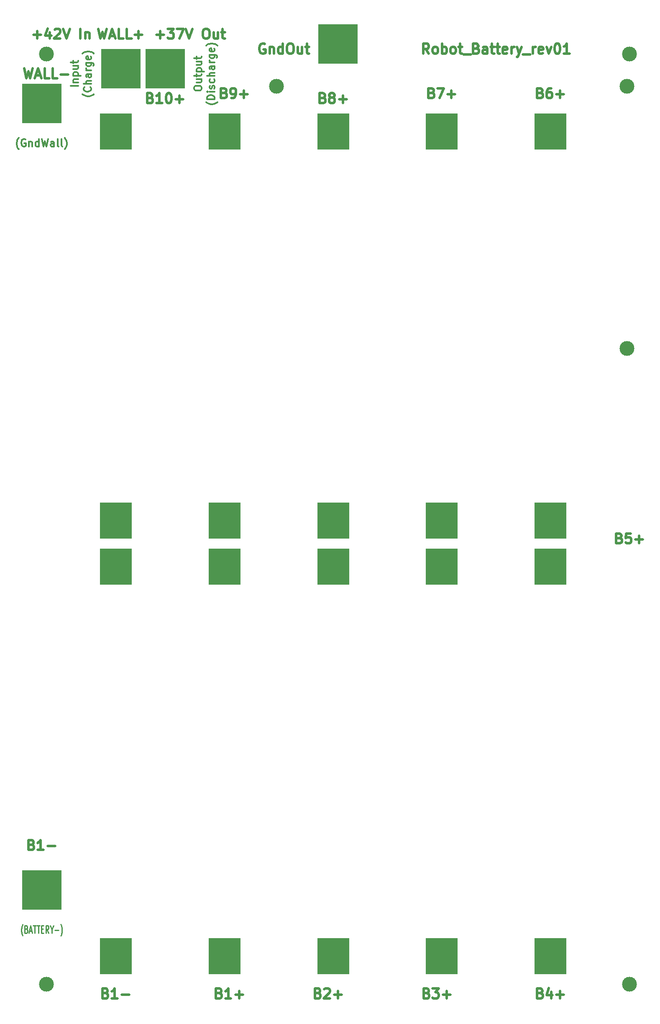
<source format=gbr>
G04 #@! TF.FileFunction,Soldermask,Top*
%FSLAX46Y46*%
G04 Gerber Fmt 4.6, Leading zero omitted, Abs format (unit mm)*
G04 Created by KiCad (PCBNEW 4.0.6-e0-6349~53~ubuntu16.04.1) date Sun Aug  6 20:38:46 2017*
%MOMM*%
%LPD*%
G01*
G04 APERTURE LIST*
%ADD10C,0.150000*%
%ADD11C,0.500000*%
%ADD12C,0.250000*%
%ADD13C,0.375000*%
%ADD14R,6.400000X7.340000*%
%ADD15C,3.000000*%
%ADD16R,8.000000X8.000000*%
G04 APERTURE END LIST*
D10*
D11*
X16952381Y-178857143D02*
X17238095Y-178952381D01*
X17333334Y-179047619D01*
X17428572Y-179238095D01*
X17428572Y-179523810D01*
X17333334Y-179714286D01*
X17238095Y-179809524D01*
X17047619Y-179904762D01*
X16285714Y-179904762D01*
X16285714Y-177904762D01*
X16952381Y-177904762D01*
X17142857Y-178000000D01*
X17238095Y-178095238D01*
X17333334Y-178285714D01*
X17333334Y-178476190D01*
X17238095Y-178666667D01*
X17142857Y-178761905D01*
X16952381Y-178857143D01*
X16285714Y-178857143D01*
X19333334Y-179904762D02*
X18190476Y-179904762D01*
X18761905Y-179904762D02*
X18761905Y-177904762D01*
X18571429Y-178190476D01*
X18380953Y-178380952D01*
X18190476Y-178476190D01*
X20190476Y-179142857D02*
X21714286Y-179142857D01*
D12*
X15166667Y-197250000D02*
X15119047Y-197178571D01*
X15023809Y-196964286D01*
X14976190Y-196821429D01*
X14928571Y-196607143D01*
X14880952Y-196250000D01*
X14880952Y-195964286D01*
X14928571Y-195607143D01*
X14976190Y-195392857D01*
X15023809Y-195250000D01*
X15119047Y-195035714D01*
X15166667Y-194964286D01*
X15880953Y-195892857D02*
X16023810Y-195964286D01*
X16071429Y-196035714D01*
X16119048Y-196178571D01*
X16119048Y-196392857D01*
X16071429Y-196535714D01*
X16023810Y-196607143D01*
X15928572Y-196678571D01*
X15547619Y-196678571D01*
X15547619Y-195178571D01*
X15880953Y-195178571D01*
X15976191Y-195250000D01*
X16023810Y-195321429D01*
X16071429Y-195464286D01*
X16071429Y-195607143D01*
X16023810Y-195750000D01*
X15976191Y-195821429D01*
X15880953Y-195892857D01*
X15547619Y-195892857D01*
X16500000Y-196250000D02*
X16976191Y-196250000D01*
X16404762Y-196678571D02*
X16738095Y-195178571D01*
X17071429Y-196678571D01*
X17261905Y-195178571D02*
X17833334Y-195178571D01*
X17547619Y-196678571D02*
X17547619Y-195178571D01*
X18023810Y-195178571D02*
X18595239Y-195178571D01*
X18309524Y-196678571D02*
X18309524Y-195178571D01*
X18928572Y-195892857D02*
X19261906Y-195892857D01*
X19404763Y-196678571D02*
X18928572Y-196678571D01*
X18928572Y-195178571D01*
X19404763Y-195178571D01*
X20404763Y-196678571D02*
X20071429Y-195964286D01*
X19833334Y-196678571D02*
X19833334Y-195178571D01*
X20214287Y-195178571D01*
X20309525Y-195250000D01*
X20357144Y-195321429D01*
X20404763Y-195464286D01*
X20404763Y-195678571D01*
X20357144Y-195821429D01*
X20309525Y-195892857D01*
X20214287Y-195964286D01*
X19833334Y-195964286D01*
X21023810Y-195964286D02*
X21023810Y-196678571D01*
X20690477Y-195178571D02*
X21023810Y-195964286D01*
X21357144Y-195178571D01*
X21690477Y-196107143D02*
X22452382Y-196107143D01*
X22833334Y-197250000D02*
X22880953Y-197178571D01*
X22976191Y-196964286D01*
X23023810Y-196821429D01*
X23071429Y-196607143D01*
X23119048Y-196250000D01*
X23119048Y-195964286D01*
X23071429Y-195607143D01*
X23023810Y-195392857D01*
X22976191Y-195250000D01*
X22880953Y-195035714D01*
X22833334Y-194964286D01*
D11*
X97380952Y-18904762D02*
X96714285Y-17952381D01*
X96238094Y-18904762D02*
X96238094Y-16904762D01*
X96999999Y-16904762D01*
X97190475Y-17000000D01*
X97285714Y-17095238D01*
X97380952Y-17285714D01*
X97380952Y-17571429D01*
X97285714Y-17761905D01*
X97190475Y-17857143D01*
X96999999Y-17952381D01*
X96238094Y-17952381D01*
X98523809Y-18904762D02*
X98333333Y-18809524D01*
X98238094Y-18714286D01*
X98142856Y-18523810D01*
X98142856Y-17952381D01*
X98238094Y-17761905D01*
X98333333Y-17666667D01*
X98523809Y-17571429D01*
X98809523Y-17571429D01*
X98999999Y-17666667D01*
X99095237Y-17761905D01*
X99190475Y-17952381D01*
X99190475Y-18523810D01*
X99095237Y-18714286D01*
X98999999Y-18809524D01*
X98809523Y-18904762D01*
X98523809Y-18904762D01*
X100047618Y-18904762D02*
X100047618Y-16904762D01*
X100047618Y-17666667D02*
X100238095Y-17571429D01*
X100619047Y-17571429D01*
X100809523Y-17666667D01*
X100904761Y-17761905D01*
X100999999Y-17952381D01*
X100999999Y-18523810D01*
X100904761Y-18714286D01*
X100809523Y-18809524D01*
X100619047Y-18904762D01*
X100238095Y-18904762D01*
X100047618Y-18809524D01*
X102142857Y-18904762D02*
X101952381Y-18809524D01*
X101857142Y-18714286D01*
X101761904Y-18523810D01*
X101761904Y-17952381D01*
X101857142Y-17761905D01*
X101952381Y-17666667D01*
X102142857Y-17571429D01*
X102428571Y-17571429D01*
X102619047Y-17666667D01*
X102714285Y-17761905D01*
X102809523Y-17952381D01*
X102809523Y-18523810D01*
X102714285Y-18714286D01*
X102619047Y-18809524D01*
X102428571Y-18904762D01*
X102142857Y-18904762D01*
X103380952Y-17571429D02*
X104142857Y-17571429D01*
X103666666Y-16904762D02*
X103666666Y-18619048D01*
X103761905Y-18809524D01*
X103952381Y-18904762D01*
X104142857Y-18904762D01*
X104333333Y-19095238D02*
X105857143Y-19095238D01*
X107000000Y-17857143D02*
X107285714Y-17952381D01*
X107380953Y-18047619D01*
X107476191Y-18238095D01*
X107476191Y-18523810D01*
X107380953Y-18714286D01*
X107285714Y-18809524D01*
X107095238Y-18904762D01*
X106333333Y-18904762D01*
X106333333Y-16904762D01*
X107000000Y-16904762D01*
X107190476Y-17000000D01*
X107285714Y-17095238D01*
X107380953Y-17285714D01*
X107380953Y-17476190D01*
X107285714Y-17666667D01*
X107190476Y-17761905D01*
X107000000Y-17857143D01*
X106333333Y-17857143D01*
X109190476Y-18904762D02*
X109190476Y-17857143D01*
X109095238Y-17666667D01*
X108904762Y-17571429D01*
X108523810Y-17571429D01*
X108333333Y-17666667D01*
X109190476Y-18809524D02*
X109000000Y-18904762D01*
X108523810Y-18904762D01*
X108333333Y-18809524D01*
X108238095Y-18619048D01*
X108238095Y-18428571D01*
X108333333Y-18238095D01*
X108523810Y-18142857D01*
X109000000Y-18142857D01*
X109190476Y-18047619D01*
X109857143Y-17571429D02*
X110619048Y-17571429D01*
X110142857Y-16904762D02*
X110142857Y-18619048D01*
X110238096Y-18809524D01*
X110428572Y-18904762D01*
X110619048Y-18904762D01*
X111000000Y-17571429D02*
X111761905Y-17571429D01*
X111285714Y-16904762D02*
X111285714Y-18619048D01*
X111380953Y-18809524D01*
X111571429Y-18904762D01*
X111761905Y-18904762D01*
X113190476Y-18809524D02*
X113000000Y-18904762D01*
X112619048Y-18904762D01*
X112428571Y-18809524D01*
X112333333Y-18619048D01*
X112333333Y-17857143D01*
X112428571Y-17666667D01*
X112619048Y-17571429D01*
X113000000Y-17571429D01*
X113190476Y-17666667D01*
X113285714Y-17857143D01*
X113285714Y-18047619D01*
X112333333Y-18238095D01*
X114142857Y-18904762D02*
X114142857Y-17571429D01*
X114142857Y-17952381D02*
X114238096Y-17761905D01*
X114333334Y-17666667D01*
X114523810Y-17571429D01*
X114714286Y-17571429D01*
X115190476Y-17571429D02*
X115666667Y-18904762D01*
X116142857Y-17571429D02*
X115666667Y-18904762D01*
X115476191Y-19380952D01*
X115380952Y-19476190D01*
X115190476Y-19571429D01*
X116428572Y-19095238D02*
X117952382Y-19095238D01*
X118428572Y-18904762D02*
X118428572Y-17571429D01*
X118428572Y-17952381D02*
X118523811Y-17761905D01*
X118619049Y-17666667D01*
X118809525Y-17571429D01*
X119000001Y-17571429D01*
X120428572Y-18809524D02*
X120238096Y-18904762D01*
X119857144Y-18904762D01*
X119666667Y-18809524D01*
X119571429Y-18619048D01*
X119571429Y-17857143D01*
X119666667Y-17666667D01*
X119857144Y-17571429D01*
X120238096Y-17571429D01*
X120428572Y-17666667D01*
X120523810Y-17857143D01*
X120523810Y-18047619D01*
X119571429Y-18238095D01*
X121190477Y-17571429D02*
X121666668Y-18904762D01*
X122142858Y-17571429D01*
X123285716Y-16904762D02*
X123476192Y-16904762D01*
X123666668Y-17000000D01*
X123761906Y-17095238D01*
X123857144Y-17285714D01*
X123952383Y-17666667D01*
X123952383Y-18142857D01*
X123857144Y-18523810D01*
X123761906Y-18714286D01*
X123666668Y-18809524D01*
X123476192Y-18904762D01*
X123285716Y-18904762D01*
X123095240Y-18809524D01*
X123000002Y-18714286D01*
X122904763Y-18523810D01*
X122809525Y-18142857D01*
X122809525Y-17666667D01*
X122904763Y-17285714D01*
X123000002Y-17095238D01*
X123095240Y-17000000D01*
X123285716Y-16904762D01*
X125857145Y-18904762D02*
X124714287Y-18904762D01*
X125285716Y-18904762D02*
X125285716Y-16904762D01*
X125095240Y-17190476D01*
X124904764Y-17380952D01*
X124714287Y-17476190D01*
X30428571Y-13904762D02*
X30904762Y-15904762D01*
X31285714Y-14476190D01*
X31666667Y-15904762D01*
X32142857Y-13904762D01*
X32809523Y-15333333D02*
X33761904Y-15333333D01*
X32619047Y-15904762D02*
X33285714Y-13904762D01*
X33952381Y-15904762D01*
X35571428Y-15904762D02*
X34619047Y-15904762D01*
X34619047Y-13904762D01*
X37190476Y-15904762D02*
X36238095Y-15904762D01*
X36238095Y-13904762D01*
X37857143Y-15142857D02*
X39380953Y-15142857D01*
X38619048Y-15904762D02*
X38619048Y-14380952D01*
X42190476Y-15142857D02*
X43714286Y-15142857D01*
X42952381Y-15904762D02*
X42952381Y-14380952D01*
X44476190Y-13904762D02*
X45714286Y-13904762D01*
X45047619Y-14666667D01*
X45333333Y-14666667D01*
X45523809Y-14761905D01*
X45619047Y-14857143D01*
X45714286Y-15047619D01*
X45714286Y-15523810D01*
X45619047Y-15714286D01*
X45523809Y-15809524D01*
X45333333Y-15904762D01*
X44761905Y-15904762D01*
X44571428Y-15809524D01*
X44476190Y-15714286D01*
X46380952Y-13904762D02*
X47714286Y-13904762D01*
X46857143Y-15904762D01*
X48190476Y-13904762D02*
X48857143Y-15904762D01*
X49523810Y-13904762D01*
X52095239Y-13904762D02*
X52476191Y-13904762D01*
X52666667Y-14000000D01*
X52857144Y-14190476D01*
X52952382Y-14571429D01*
X52952382Y-15238095D01*
X52857144Y-15619048D01*
X52666667Y-15809524D01*
X52476191Y-15904762D01*
X52095239Y-15904762D01*
X51904763Y-15809524D01*
X51714286Y-15619048D01*
X51619048Y-15238095D01*
X51619048Y-14571429D01*
X51714286Y-14190476D01*
X51904763Y-14000000D01*
X52095239Y-13904762D01*
X54666667Y-14571429D02*
X54666667Y-15904762D01*
X53809524Y-14571429D02*
X53809524Y-15619048D01*
X53904763Y-15809524D01*
X54095239Y-15904762D01*
X54380953Y-15904762D01*
X54571429Y-15809524D01*
X54666667Y-15714286D01*
X55333334Y-14571429D02*
X56095239Y-14571429D01*
X55619048Y-13904762D02*
X55619048Y-15619048D01*
X55714287Y-15809524D01*
X55904763Y-15904762D01*
X56095239Y-15904762D01*
D13*
X49866071Y-26035715D02*
X49866071Y-25750001D01*
X49937500Y-25607143D01*
X50080357Y-25464286D01*
X50366071Y-25392858D01*
X50866071Y-25392858D01*
X51151786Y-25464286D01*
X51294643Y-25607143D01*
X51366071Y-25750001D01*
X51366071Y-26035715D01*
X51294643Y-26178572D01*
X51151786Y-26321429D01*
X50866071Y-26392858D01*
X50366071Y-26392858D01*
X50080357Y-26321429D01*
X49937500Y-26178572D01*
X49866071Y-26035715D01*
X50366071Y-24107143D02*
X51366071Y-24107143D01*
X50366071Y-24750000D02*
X51151786Y-24750000D01*
X51294643Y-24678572D01*
X51366071Y-24535714D01*
X51366071Y-24321429D01*
X51294643Y-24178572D01*
X51223214Y-24107143D01*
X50366071Y-23607143D02*
X50366071Y-23035714D01*
X49866071Y-23392857D02*
X51151786Y-23392857D01*
X51294643Y-23321429D01*
X51366071Y-23178571D01*
X51366071Y-23035714D01*
X50366071Y-22535714D02*
X51866071Y-22535714D01*
X50437500Y-22535714D02*
X50366071Y-22392857D01*
X50366071Y-22107143D01*
X50437500Y-21964286D01*
X50508929Y-21892857D01*
X50651786Y-21821428D01*
X51080357Y-21821428D01*
X51223214Y-21892857D01*
X51294643Y-21964286D01*
X51366071Y-22107143D01*
X51366071Y-22392857D01*
X51294643Y-22535714D01*
X50366071Y-20535714D02*
X51366071Y-20535714D01*
X50366071Y-21178571D02*
X51151786Y-21178571D01*
X51294643Y-21107143D01*
X51366071Y-20964285D01*
X51366071Y-20750000D01*
X51294643Y-20607143D01*
X51223214Y-20535714D01*
X50366071Y-20035714D02*
X50366071Y-19464285D01*
X49866071Y-19821428D02*
X51151786Y-19821428D01*
X51294643Y-19750000D01*
X51366071Y-19607142D01*
X51366071Y-19464285D01*
X54562500Y-28714286D02*
X54491071Y-28785714D01*
X54276786Y-28928571D01*
X54133929Y-29000000D01*
X53919643Y-29071429D01*
X53562500Y-29142857D01*
X53276786Y-29142857D01*
X52919643Y-29071429D01*
X52705357Y-29000000D01*
X52562500Y-28928571D01*
X52348214Y-28785714D01*
X52276786Y-28714286D01*
X53991071Y-28142857D02*
X52491071Y-28142857D01*
X52491071Y-27785714D01*
X52562500Y-27571429D01*
X52705357Y-27428571D01*
X52848214Y-27357143D01*
X53133929Y-27285714D01*
X53348214Y-27285714D01*
X53633929Y-27357143D01*
X53776786Y-27428571D01*
X53919643Y-27571429D01*
X53991071Y-27785714D01*
X53991071Y-28142857D01*
X53991071Y-26642857D02*
X52991071Y-26642857D01*
X52491071Y-26642857D02*
X52562500Y-26714286D01*
X52633929Y-26642857D01*
X52562500Y-26571429D01*
X52491071Y-26642857D01*
X52633929Y-26642857D01*
X53919643Y-26000000D02*
X53991071Y-25857143D01*
X53991071Y-25571428D01*
X53919643Y-25428571D01*
X53776786Y-25357143D01*
X53705357Y-25357143D01*
X53562500Y-25428571D01*
X53491071Y-25571428D01*
X53491071Y-25785714D01*
X53419643Y-25928571D01*
X53276786Y-26000000D01*
X53205357Y-26000000D01*
X53062500Y-25928571D01*
X52991071Y-25785714D01*
X52991071Y-25571428D01*
X53062500Y-25428571D01*
X53919643Y-24071428D02*
X53991071Y-24214285D01*
X53991071Y-24499999D01*
X53919643Y-24642857D01*
X53848214Y-24714285D01*
X53705357Y-24785714D01*
X53276786Y-24785714D01*
X53133929Y-24714285D01*
X53062500Y-24642857D01*
X52991071Y-24499999D01*
X52991071Y-24214285D01*
X53062500Y-24071428D01*
X53991071Y-23428571D02*
X52491071Y-23428571D01*
X53991071Y-22785714D02*
X53205357Y-22785714D01*
X53062500Y-22857143D01*
X52991071Y-23000000D01*
X52991071Y-23214285D01*
X53062500Y-23357143D01*
X53133929Y-23428571D01*
X53991071Y-21428571D02*
X53205357Y-21428571D01*
X53062500Y-21500000D01*
X52991071Y-21642857D01*
X52991071Y-21928571D01*
X53062500Y-22071428D01*
X53919643Y-21428571D02*
X53991071Y-21571428D01*
X53991071Y-21928571D01*
X53919643Y-22071428D01*
X53776786Y-22142857D01*
X53633929Y-22142857D01*
X53491071Y-22071428D01*
X53419643Y-21928571D01*
X53419643Y-21571428D01*
X53348214Y-21428571D01*
X53991071Y-20714285D02*
X52991071Y-20714285D01*
X53276786Y-20714285D02*
X53133929Y-20642857D01*
X53062500Y-20571428D01*
X52991071Y-20428571D01*
X52991071Y-20285714D01*
X52991071Y-19142857D02*
X54205357Y-19142857D01*
X54348214Y-19214286D01*
X54419643Y-19285714D01*
X54491071Y-19428571D01*
X54491071Y-19642857D01*
X54419643Y-19785714D01*
X53919643Y-19142857D02*
X53991071Y-19285714D01*
X53991071Y-19571428D01*
X53919643Y-19714286D01*
X53848214Y-19785714D01*
X53705357Y-19857143D01*
X53276786Y-19857143D01*
X53133929Y-19785714D01*
X53062500Y-19714286D01*
X52991071Y-19571428D01*
X52991071Y-19285714D01*
X53062500Y-19142857D01*
X53919643Y-17857143D02*
X53991071Y-18000000D01*
X53991071Y-18285714D01*
X53919643Y-18428571D01*
X53776786Y-18500000D01*
X53205357Y-18500000D01*
X53062500Y-18428571D01*
X52991071Y-18285714D01*
X52991071Y-18000000D01*
X53062500Y-17857143D01*
X53205357Y-17785714D01*
X53348214Y-17785714D01*
X53491071Y-18500000D01*
X54562500Y-17285714D02*
X54491071Y-17214286D01*
X54276786Y-17071429D01*
X54133929Y-17000000D01*
X53919643Y-16928571D01*
X53562500Y-16857143D01*
X53276786Y-16857143D01*
X52919643Y-16928571D01*
X52705357Y-17000000D01*
X52562500Y-17071429D01*
X52348214Y-17214286D01*
X52276786Y-17285714D01*
D11*
X64190477Y-17000000D02*
X64000000Y-16904762D01*
X63714286Y-16904762D01*
X63428572Y-17000000D01*
X63238096Y-17190476D01*
X63142857Y-17380952D01*
X63047619Y-17761905D01*
X63047619Y-18047619D01*
X63142857Y-18428571D01*
X63238096Y-18619048D01*
X63428572Y-18809524D01*
X63714286Y-18904762D01*
X63904762Y-18904762D01*
X64190477Y-18809524D01*
X64285715Y-18714286D01*
X64285715Y-18047619D01*
X63904762Y-18047619D01*
X65142857Y-17571429D02*
X65142857Y-18904762D01*
X65142857Y-17761905D02*
X65238096Y-17666667D01*
X65428572Y-17571429D01*
X65714286Y-17571429D01*
X65904762Y-17666667D01*
X66000000Y-17857143D01*
X66000000Y-18904762D01*
X67809524Y-18904762D02*
X67809524Y-16904762D01*
X67809524Y-18809524D02*
X67619048Y-18904762D01*
X67238096Y-18904762D01*
X67047620Y-18809524D01*
X66952381Y-18714286D01*
X66857143Y-18523810D01*
X66857143Y-17952381D01*
X66952381Y-17761905D01*
X67047620Y-17666667D01*
X67238096Y-17571429D01*
X67619048Y-17571429D01*
X67809524Y-17666667D01*
X69142858Y-16904762D02*
X69523810Y-16904762D01*
X69714286Y-17000000D01*
X69904763Y-17190476D01*
X70000001Y-17571429D01*
X70000001Y-18238095D01*
X69904763Y-18619048D01*
X69714286Y-18809524D01*
X69523810Y-18904762D01*
X69142858Y-18904762D01*
X68952382Y-18809524D01*
X68761905Y-18619048D01*
X68666667Y-18238095D01*
X68666667Y-17571429D01*
X68761905Y-17190476D01*
X68952382Y-17000000D01*
X69142858Y-16904762D01*
X71714286Y-17571429D02*
X71714286Y-18904762D01*
X70857143Y-17571429D02*
X70857143Y-18619048D01*
X70952382Y-18809524D01*
X71142858Y-18904762D01*
X71428572Y-18904762D01*
X71619048Y-18809524D01*
X71714286Y-18714286D01*
X72380953Y-17571429D02*
X73142858Y-17571429D01*
X72666667Y-16904762D02*
X72666667Y-18619048D01*
X72761906Y-18809524D01*
X72952382Y-18904762D01*
X73142858Y-18904762D01*
X41000000Y-27857143D02*
X41285714Y-27952381D01*
X41380953Y-28047619D01*
X41476191Y-28238095D01*
X41476191Y-28523810D01*
X41380953Y-28714286D01*
X41285714Y-28809524D01*
X41095238Y-28904762D01*
X40333333Y-28904762D01*
X40333333Y-26904762D01*
X41000000Y-26904762D01*
X41190476Y-27000000D01*
X41285714Y-27095238D01*
X41380953Y-27285714D01*
X41380953Y-27476190D01*
X41285714Y-27666667D01*
X41190476Y-27761905D01*
X41000000Y-27857143D01*
X40333333Y-27857143D01*
X43380953Y-28904762D02*
X42238095Y-28904762D01*
X42809524Y-28904762D02*
X42809524Y-26904762D01*
X42619048Y-27190476D01*
X42428572Y-27380952D01*
X42238095Y-27476190D01*
X44619048Y-26904762D02*
X44809524Y-26904762D01*
X45000000Y-27000000D01*
X45095238Y-27095238D01*
X45190476Y-27285714D01*
X45285715Y-27666667D01*
X45285715Y-28142857D01*
X45190476Y-28523810D01*
X45095238Y-28714286D01*
X45000000Y-28809524D01*
X44809524Y-28904762D01*
X44619048Y-28904762D01*
X44428572Y-28809524D01*
X44333334Y-28714286D01*
X44238095Y-28523810D01*
X44142857Y-28142857D01*
X44142857Y-27666667D01*
X44238095Y-27285714D01*
X44333334Y-27095238D01*
X44428572Y-27000000D01*
X44619048Y-26904762D01*
X46142857Y-28142857D02*
X47666667Y-28142857D01*
X46904762Y-28904762D02*
X46904762Y-27380952D01*
X55952381Y-26857143D02*
X56238095Y-26952381D01*
X56333334Y-27047619D01*
X56428572Y-27238095D01*
X56428572Y-27523810D01*
X56333334Y-27714286D01*
X56238095Y-27809524D01*
X56047619Y-27904762D01*
X55285714Y-27904762D01*
X55285714Y-25904762D01*
X55952381Y-25904762D01*
X56142857Y-26000000D01*
X56238095Y-26095238D01*
X56333334Y-26285714D01*
X56333334Y-26476190D01*
X56238095Y-26666667D01*
X56142857Y-26761905D01*
X55952381Y-26857143D01*
X55285714Y-26857143D01*
X57380953Y-27904762D02*
X57761905Y-27904762D01*
X57952381Y-27809524D01*
X58047619Y-27714286D01*
X58238095Y-27428571D01*
X58333334Y-27047619D01*
X58333334Y-26285714D01*
X58238095Y-26095238D01*
X58142857Y-26000000D01*
X57952381Y-25904762D01*
X57571429Y-25904762D01*
X57380953Y-26000000D01*
X57285714Y-26095238D01*
X57190476Y-26285714D01*
X57190476Y-26761905D01*
X57285714Y-26952381D01*
X57380953Y-27047619D01*
X57571429Y-27142857D01*
X57952381Y-27142857D01*
X58142857Y-27047619D01*
X58238095Y-26952381D01*
X58333334Y-26761905D01*
X59190476Y-27142857D02*
X60714286Y-27142857D01*
X59952381Y-27904762D02*
X59952381Y-26380952D01*
X75952381Y-27857143D02*
X76238095Y-27952381D01*
X76333334Y-28047619D01*
X76428572Y-28238095D01*
X76428572Y-28523810D01*
X76333334Y-28714286D01*
X76238095Y-28809524D01*
X76047619Y-28904762D01*
X75285714Y-28904762D01*
X75285714Y-26904762D01*
X75952381Y-26904762D01*
X76142857Y-27000000D01*
X76238095Y-27095238D01*
X76333334Y-27285714D01*
X76333334Y-27476190D01*
X76238095Y-27666667D01*
X76142857Y-27761905D01*
X75952381Y-27857143D01*
X75285714Y-27857143D01*
X77571429Y-27761905D02*
X77380953Y-27666667D01*
X77285714Y-27571429D01*
X77190476Y-27380952D01*
X77190476Y-27285714D01*
X77285714Y-27095238D01*
X77380953Y-27000000D01*
X77571429Y-26904762D01*
X77952381Y-26904762D01*
X78142857Y-27000000D01*
X78238095Y-27095238D01*
X78333334Y-27285714D01*
X78333334Y-27380952D01*
X78238095Y-27571429D01*
X78142857Y-27666667D01*
X77952381Y-27761905D01*
X77571429Y-27761905D01*
X77380953Y-27857143D01*
X77285714Y-27952381D01*
X77190476Y-28142857D01*
X77190476Y-28523810D01*
X77285714Y-28714286D01*
X77380953Y-28809524D01*
X77571429Y-28904762D01*
X77952381Y-28904762D01*
X78142857Y-28809524D01*
X78238095Y-28714286D01*
X78333334Y-28523810D01*
X78333334Y-28142857D01*
X78238095Y-27952381D01*
X78142857Y-27857143D01*
X77952381Y-27761905D01*
X79190476Y-28142857D02*
X80714286Y-28142857D01*
X79952381Y-28904762D02*
X79952381Y-27380952D01*
X97952381Y-26857143D02*
X98238095Y-26952381D01*
X98333334Y-27047619D01*
X98428572Y-27238095D01*
X98428572Y-27523810D01*
X98333334Y-27714286D01*
X98238095Y-27809524D01*
X98047619Y-27904762D01*
X97285714Y-27904762D01*
X97285714Y-25904762D01*
X97952381Y-25904762D01*
X98142857Y-26000000D01*
X98238095Y-26095238D01*
X98333334Y-26285714D01*
X98333334Y-26476190D01*
X98238095Y-26666667D01*
X98142857Y-26761905D01*
X97952381Y-26857143D01*
X97285714Y-26857143D01*
X99095238Y-25904762D02*
X100428572Y-25904762D01*
X99571429Y-27904762D01*
X101190476Y-27142857D02*
X102714286Y-27142857D01*
X101952381Y-27904762D02*
X101952381Y-26380952D01*
X119952381Y-26857143D02*
X120238095Y-26952381D01*
X120333334Y-27047619D01*
X120428572Y-27238095D01*
X120428572Y-27523810D01*
X120333334Y-27714286D01*
X120238095Y-27809524D01*
X120047619Y-27904762D01*
X119285714Y-27904762D01*
X119285714Y-25904762D01*
X119952381Y-25904762D01*
X120142857Y-26000000D01*
X120238095Y-26095238D01*
X120333334Y-26285714D01*
X120333334Y-26476190D01*
X120238095Y-26666667D01*
X120142857Y-26761905D01*
X119952381Y-26857143D01*
X119285714Y-26857143D01*
X122142857Y-25904762D02*
X121761905Y-25904762D01*
X121571429Y-26000000D01*
X121476191Y-26095238D01*
X121285714Y-26380952D01*
X121190476Y-26761905D01*
X121190476Y-27523810D01*
X121285714Y-27714286D01*
X121380953Y-27809524D01*
X121571429Y-27904762D01*
X121952381Y-27904762D01*
X122142857Y-27809524D01*
X122238095Y-27714286D01*
X122333334Y-27523810D01*
X122333334Y-27047619D01*
X122238095Y-26857143D01*
X122142857Y-26761905D01*
X121952381Y-26666667D01*
X121571429Y-26666667D01*
X121380953Y-26761905D01*
X121285714Y-26857143D01*
X121190476Y-27047619D01*
X123190476Y-27142857D02*
X124714286Y-27142857D01*
X123952381Y-27904762D02*
X123952381Y-26380952D01*
X135952381Y-116857143D02*
X136238095Y-116952381D01*
X136333334Y-117047619D01*
X136428572Y-117238095D01*
X136428572Y-117523810D01*
X136333334Y-117714286D01*
X136238095Y-117809524D01*
X136047619Y-117904762D01*
X135285714Y-117904762D01*
X135285714Y-115904762D01*
X135952381Y-115904762D01*
X136142857Y-116000000D01*
X136238095Y-116095238D01*
X136333334Y-116285714D01*
X136333334Y-116476190D01*
X136238095Y-116666667D01*
X136142857Y-116761905D01*
X135952381Y-116857143D01*
X135285714Y-116857143D01*
X138238095Y-115904762D02*
X137285714Y-115904762D01*
X137190476Y-116857143D01*
X137285714Y-116761905D01*
X137476191Y-116666667D01*
X137952381Y-116666667D01*
X138142857Y-116761905D01*
X138238095Y-116857143D01*
X138333334Y-117047619D01*
X138333334Y-117523810D01*
X138238095Y-117714286D01*
X138142857Y-117809524D01*
X137952381Y-117904762D01*
X137476191Y-117904762D01*
X137285714Y-117809524D01*
X137190476Y-117714286D01*
X139190476Y-117142857D02*
X140714286Y-117142857D01*
X139952381Y-117904762D02*
X139952381Y-116380952D01*
X119952381Y-208857143D02*
X120238095Y-208952381D01*
X120333334Y-209047619D01*
X120428572Y-209238095D01*
X120428572Y-209523810D01*
X120333334Y-209714286D01*
X120238095Y-209809524D01*
X120047619Y-209904762D01*
X119285714Y-209904762D01*
X119285714Y-207904762D01*
X119952381Y-207904762D01*
X120142857Y-208000000D01*
X120238095Y-208095238D01*
X120333334Y-208285714D01*
X120333334Y-208476190D01*
X120238095Y-208666667D01*
X120142857Y-208761905D01*
X119952381Y-208857143D01*
X119285714Y-208857143D01*
X122142857Y-208571429D02*
X122142857Y-209904762D01*
X121666667Y-207809524D02*
X121190476Y-209238095D01*
X122428572Y-209238095D01*
X123190476Y-209142857D02*
X124714286Y-209142857D01*
X123952381Y-209904762D02*
X123952381Y-208380952D01*
X96952381Y-208857143D02*
X97238095Y-208952381D01*
X97333334Y-209047619D01*
X97428572Y-209238095D01*
X97428572Y-209523810D01*
X97333334Y-209714286D01*
X97238095Y-209809524D01*
X97047619Y-209904762D01*
X96285714Y-209904762D01*
X96285714Y-207904762D01*
X96952381Y-207904762D01*
X97142857Y-208000000D01*
X97238095Y-208095238D01*
X97333334Y-208285714D01*
X97333334Y-208476190D01*
X97238095Y-208666667D01*
X97142857Y-208761905D01*
X96952381Y-208857143D01*
X96285714Y-208857143D01*
X98095238Y-207904762D02*
X99333334Y-207904762D01*
X98666667Y-208666667D01*
X98952381Y-208666667D01*
X99142857Y-208761905D01*
X99238095Y-208857143D01*
X99333334Y-209047619D01*
X99333334Y-209523810D01*
X99238095Y-209714286D01*
X99142857Y-209809524D01*
X98952381Y-209904762D01*
X98380953Y-209904762D01*
X98190476Y-209809524D01*
X98095238Y-209714286D01*
X100190476Y-209142857D02*
X101714286Y-209142857D01*
X100952381Y-209904762D02*
X100952381Y-208380952D01*
X74952381Y-208857143D02*
X75238095Y-208952381D01*
X75333334Y-209047619D01*
X75428572Y-209238095D01*
X75428572Y-209523810D01*
X75333334Y-209714286D01*
X75238095Y-209809524D01*
X75047619Y-209904762D01*
X74285714Y-209904762D01*
X74285714Y-207904762D01*
X74952381Y-207904762D01*
X75142857Y-208000000D01*
X75238095Y-208095238D01*
X75333334Y-208285714D01*
X75333334Y-208476190D01*
X75238095Y-208666667D01*
X75142857Y-208761905D01*
X74952381Y-208857143D01*
X74285714Y-208857143D01*
X76190476Y-208095238D02*
X76285714Y-208000000D01*
X76476191Y-207904762D01*
X76952381Y-207904762D01*
X77142857Y-208000000D01*
X77238095Y-208095238D01*
X77333334Y-208285714D01*
X77333334Y-208476190D01*
X77238095Y-208761905D01*
X76095238Y-209904762D01*
X77333334Y-209904762D01*
X78190476Y-209142857D02*
X79714286Y-209142857D01*
X78952381Y-209904762D02*
X78952381Y-208380952D01*
X54952381Y-208857143D02*
X55238095Y-208952381D01*
X55333334Y-209047619D01*
X55428572Y-209238095D01*
X55428572Y-209523810D01*
X55333334Y-209714286D01*
X55238095Y-209809524D01*
X55047619Y-209904762D01*
X54285714Y-209904762D01*
X54285714Y-207904762D01*
X54952381Y-207904762D01*
X55142857Y-208000000D01*
X55238095Y-208095238D01*
X55333334Y-208285714D01*
X55333334Y-208476190D01*
X55238095Y-208666667D01*
X55142857Y-208761905D01*
X54952381Y-208857143D01*
X54285714Y-208857143D01*
X57333334Y-209904762D02*
X56190476Y-209904762D01*
X56761905Y-209904762D02*
X56761905Y-207904762D01*
X56571429Y-208190476D01*
X56380953Y-208380952D01*
X56190476Y-208476190D01*
X58190476Y-209142857D02*
X59714286Y-209142857D01*
X58952381Y-209904762D02*
X58952381Y-208380952D01*
X31952381Y-208857143D02*
X32238095Y-208952381D01*
X32333334Y-209047619D01*
X32428572Y-209238095D01*
X32428572Y-209523810D01*
X32333334Y-209714286D01*
X32238095Y-209809524D01*
X32047619Y-209904762D01*
X31285714Y-209904762D01*
X31285714Y-207904762D01*
X31952381Y-207904762D01*
X32142857Y-208000000D01*
X32238095Y-208095238D01*
X32333334Y-208285714D01*
X32333334Y-208476190D01*
X32238095Y-208666667D01*
X32142857Y-208761905D01*
X31952381Y-208857143D01*
X31285714Y-208857143D01*
X34333334Y-209904762D02*
X33190476Y-209904762D01*
X33761905Y-209904762D02*
X33761905Y-207904762D01*
X33571429Y-208190476D01*
X33380953Y-208380952D01*
X33190476Y-208476190D01*
X35190476Y-209142857D02*
X36714286Y-209142857D01*
X17333333Y-15142857D02*
X18857143Y-15142857D01*
X18095238Y-15904762D02*
X18095238Y-14380952D01*
X20666666Y-14571429D02*
X20666666Y-15904762D01*
X20190476Y-13809524D02*
X19714285Y-15238095D01*
X20952381Y-15238095D01*
X21619047Y-14095238D02*
X21714285Y-14000000D01*
X21904762Y-13904762D01*
X22380952Y-13904762D01*
X22571428Y-14000000D01*
X22666666Y-14095238D01*
X22761905Y-14285714D01*
X22761905Y-14476190D01*
X22666666Y-14761905D01*
X21523809Y-15904762D01*
X22761905Y-15904762D01*
X23333333Y-13904762D02*
X24000000Y-15904762D01*
X24666667Y-13904762D01*
X26857143Y-15904762D02*
X26857143Y-13904762D01*
X27809524Y-14571429D02*
X27809524Y-15904762D01*
X27809524Y-14761905D02*
X27904763Y-14666667D01*
X28095239Y-14571429D01*
X28380953Y-14571429D01*
X28571429Y-14666667D01*
X28666667Y-14857143D01*
X28666667Y-15904762D01*
X15428571Y-21904762D02*
X15904762Y-23904762D01*
X16285714Y-22476190D01*
X16666667Y-23904762D01*
X17142857Y-21904762D01*
X17809523Y-23333333D02*
X18761904Y-23333333D01*
X17619047Y-23904762D02*
X18285714Y-21904762D01*
X18952381Y-23904762D01*
X20571428Y-23904762D02*
X19619047Y-23904762D01*
X19619047Y-21904762D01*
X22190476Y-23904762D02*
X21238095Y-23904762D01*
X21238095Y-21904762D01*
X22857143Y-23142857D02*
X24380953Y-23142857D01*
D13*
X14357143Y-38250000D02*
X14285715Y-38178571D01*
X14142858Y-37964286D01*
X14071429Y-37821429D01*
X14000000Y-37607143D01*
X13928572Y-37250000D01*
X13928572Y-36964286D01*
X14000000Y-36607143D01*
X14071429Y-36392857D01*
X14142858Y-36250000D01*
X14285715Y-36035714D01*
X14357143Y-35964286D01*
X15714286Y-36250000D02*
X15571429Y-36178571D01*
X15357143Y-36178571D01*
X15142858Y-36250000D01*
X15000000Y-36392857D01*
X14928572Y-36535714D01*
X14857143Y-36821429D01*
X14857143Y-37035714D01*
X14928572Y-37321429D01*
X15000000Y-37464286D01*
X15142858Y-37607143D01*
X15357143Y-37678571D01*
X15500000Y-37678571D01*
X15714286Y-37607143D01*
X15785715Y-37535714D01*
X15785715Y-37035714D01*
X15500000Y-37035714D01*
X16428572Y-36678571D02*
X16428572Y-37678571D01*
X16428572Y-36821429D02*
X16500000Y-36750000D01*
X16642858Y-36678571D01*
X16857143Y-36678571D01*
X17000000Y-36750000D01*
X17071429Y-36892857D01*
X17071429Y-37678571D01*
X18428572Y-37678571D02*
X18428572Y-36178571D01*
X18428572Y-37607143D02*
X18285715Y-37678571D01*
X18000001Y-37678571D01*
X17857143Y-37607143D01*
X17785715Y-37535714D01*
X17714286Y-37392857D01*
X17714286Y-36964286D01*
X17785715Y-36821429D01*
X17857143Y-36750000D01*
X18000001Y-36678571D01*
X18285715Y-36678571D01*
X18428572Y-36750000D01*
X19000001Y-36178571D02*
X19357144Y-37678571D01*
X19642858Y-36607143D01*
X19928572Y-37678571D01*
X20285715Y-36178571D01*
X21500001Y-37678571D02*
X21500001Y-36892857D01*
X21428572Y-36750000D01*
X21285715Y-36678571D01*
X21000001Y-36678571D01*
X20857144Y-36750000D01*
X21500001Y-37607143D02*
X21357144Y-37678571D01*
X21000001Y-37678571D01*
X20857144Y-37607143D01*
X20785715Y-37464286D01*
X20785715Y-37321429D01*
X20857144Y-37178571D01*
X21000001Y-37107143D01*
X21357144Y-37107143D01*
X21500001Y-37035714D01*
X22428573Y-37678571D02*
X22285715Y-37607143D01*
X22214287Y-37464286D01*
X22214287Y-36178571D01*
X23214287Y-37678571D02*
X23071429Y-37607143D01*
X23000001Y-37464286D01*
X23000001Y-36178571D01*
X23642858Y-38250000D02*
X23714286Y-38178571D01*
X23857143Y-37964286D01*
X23928572Y-37821429D01*
X24000001Y-37607143D01*
X24071429Y-37250000D01*
X24071429Y-36964286D01*
X24000001Y-36607143D01*
X23928572Y-36392857D01*
X23857143Y-36250000D01*
X23714286Y-36035714D01*
X23642858Y-35964286D01*
X26366071Y-25464286D02*
X24866071Y-25464286D01*
X25366071Y-24750000D02*
X26366071Y-24750000D01*
X25508929Y-24750000D02*
X25437500Y-24678572D01*
X25366071Y-24535714D01*
X25366071Y-24321429D01*
X25437500Y-24178572D01*
X25580357Y-24107143D01*
X26366071Y-24107143D01*
X25366071Y-23392857D02*
X26866071Y-23392857D01*
X25437500Y-23392857D02*
X25366071Y-23250000D01*
X25366071Y-22964286D01*
X25437500Y-22821429D01*
X25508929Y-22750000D01*
X25651786Y-22678571D01*
X26080357Y-22678571D01*
X26223214Y-22750000D01*
X26294643Y-22821429D01*
X26366071Y-22964286D01*
X26366071Y-23250000D01*
X26294643Y-23392857D01*
X25366071Y-21392857D02*
X26366071Y-21392857D01*
X25366071Y-22035714D02*
X26151786Y-22035714D01*
X26294643Y-21964286D01*
X26366071Y-21821428D01*
X26366071Y-21607143D01*
X26294643Y-21464286D01*
X26223214Y-21392857D01*
X25366071Y-20892857D02*
X25366071Y-20321428D01*
X24866071Y-20678571D02*
X26151786Y-20678571D01*
X26294643Y-20607143D01*
X26366071Y-20464285D01*
X26366071Y-20321428D01*
X29562500Y-27107143D02*
X29491071Y-27178571D01*
X29276786Y-27321428D01*
X29133929Y-27392857D01*
X28919643Y-27464286D01*
X28562500Y-27535714D01*
X28276786Y-27535714D01*
X27919643Y-27464286D01*
X27705357Y-27392857D01*
X27562500Y-27321428D01*
X27348214Y-27178571D01*
X27276786Y-27107143D01*
X28848214Y-25678571D02*
X28919643Y-25750000D01*
X28991071Y-25964286D01*
X28991071Y-26107143D01*
X28919643Y-26321428D01*
X28776786Y-26464286D01*
X28633929Y-26535714D01*
X28348214Y-26607143D01*
X28133929Y-26607143D01*
X27848214Y-26535714D01*
X27705357Y-26464286D01*
X27562500Y-26321428D01*
X27491071Y-26107143D01*
X27491071Y-25964286D01*
X27562500Y-25750000D01*
X27633929Y-25678571D01*
X28991071Y-25035714D02*
X27491071Y-25035714D01*
X28991071Y-24392857D02*
X28205357Y-24392857D01*
X28062500Y-24464286D01*
X27991071Y-24607143D01*
X27991071Y-24821428D01*
X28062500Y-24964286D01*
X28133929Y-25035714D01*
X28991071Y-23035714D02*
X28205357Y-23035714D01*
X28062500Y-23107143D01*
X27991071Y-23250000D01*
X27991071Y-23535714D01*
X28062500Y-23678571D01*
X28919643Y-23035714D02*
X28991071Y-23178571D01*
X28991071Y-23535714D01*
X28919643Y-23678571D01*
X28776786Y-23750000D01*
X28633929Y-23750000D01*
X28491071Y-23678571D01*
X28419643Y-23535714D01*
X28419643Y-23178571D01*
X28348214Y-23035714D01*
X28991071Y-22321428D02*
X27991071Y-22321428D01*
X28276786Y-22321428D02*
X28133929Y-22250000D01*
X28062500Y-22178571D01*
X27991071Y-22035714D01*
X27991071Y-21892857D01*
X27991071Y-20750000D02*
X29205357Y-20750000D01*
X29348214Y-20821429D01*
X29419643Y-20892857D01*
X29491071Y-21035714D01*
X29491071Y-21250000D01*
X29419643Y-21392857D01*
X28919643Y-20750000D02*
X28991071Y-20892857D01*
X28991071Y-21178571D01*
X28919643Y-21321429D01*
X28848214Y-21392857D01*
X28705357Y-21464286D01*
X28276786Y-21464286D01*
X28133929Y-21392857D01*
X28062500Y-21321429D01*
X27991071Y-21178571D01*
X27991071Y-20892857D01*
X28062500Y-20750000D01*
X28919643Y-19464286D02*
X28991071Y-19607143D01*
X28991071Y-19892857D01*
X28919643Y-20035714D01*
X28776786Y-20107143D01*
X28205357Y-20107143D01*
X28062500Y-20035714D01*
X27991071Y-19892857D01*
X27991071Y-19607143D01*
X28062500Y-19464286D01*
X28205357Y-19392857D01*
X28348214Y-19392857D01*
X28491071Y-20107143D01*
X29562500Y-18892857D02*
X29491071Y-18821429D01*
X29276786Y-18678572D01*
X29133929Y-18607143D01*
X28919643Y-18535714D01*
X28562500Y-18464286D01*
X28276786Y-18464286D01*
X27919643Y-18535714D01*
X27705357Y-18607143D01*
X27562500Y-18678572D01*
X27348214Y-18821429D01*
X27276786Y-18892857D01*
D14*
X100000000Y-122665000D03*
X100000000Y-201335000D03*
D15*
X137500000Y-78500000D03*
X137500000Y-25500000D03*
X66500000Y-25500000D03*
D14*
X122000000Y-34665000D03*
X122000000Y-113335000D03*
X34000000Y-122665000D03*
X34000000Y-201335000D03*
X56000000Y-122665000D03*
X56000000Y-201335000D03*
X100000000Y-34665000D03*
X100000000Y-113335000D03*
X78000000Y-122665000D03*
X78000000Y-201335000D03*
X78000000Y-34665000D03*
X78000000Y-113335000D03*
X56000000Y-34665000D03*
X56000000Y-113335000D03*
X122000000Y-122665000D03*
X122000000Y-201335000D03*
X34000000Y-34665000D03*
X34000000Y-113335000D03*
D15*
X20000000Y-19000000D03*
X20000000Y-207000000D03*
X138000000Y-207000000D03*
X138000000Y-19000000D03*
D16*
X19000000Y-29000000D03*
X79000000Y-17000000D03*
X19000000Y-188000000D03*
X35000000Y-22000000D03*
X44000000Y-22000000D03*
M02*

</source>
